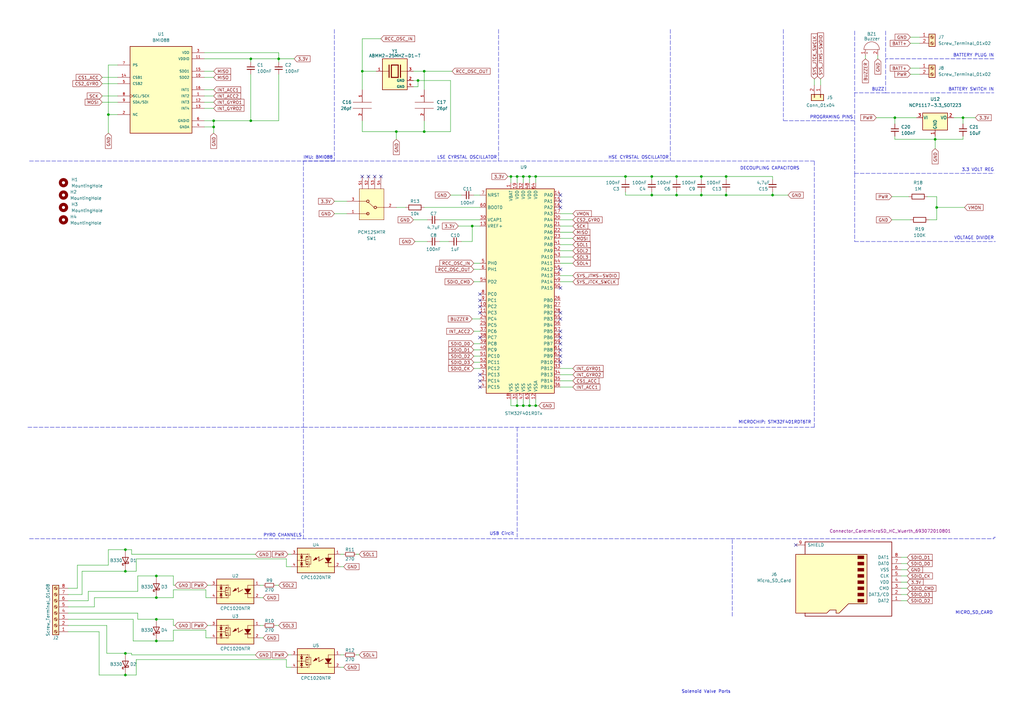
<source format=kicad_sch>
(kicad_sch (version 20211123) (generator eeschema)
  (paper "A3")
  (junction (at 162.56 53.975))
  (junction (at 287.655 72.39))
  (junction (at 394.97 48.26))
  (junction (at 173.99 53.975))
  (junction (at 51.435 234.315))
  (junction (at 87.63 52.07))
  (junction (at 297.815 80.01))
  (junction (at 173.99 29.21))
  (junction (at 209.55 72.39))
  (junction (at 171.45 33.02))
  (junction (at 114.3 24.13))
  (junction (at 102.87 24.13))
  (junction (at 64.135 262.89))
  (junction (at 44.45 46.99))
  (junction (at 217.17 166.37))
  (junction (at 64.135 245.11))
  (junction (at 316.865 80.01))
  (junction (at 212.09 72.39))
  (junction (at 267.335 80.01))
  (junction (at 212.09 166.37))
  (junction (at 384.175 85.09))
  (junction (at 51.435 276.86))
  (junction (at 214.63 72.39))
  (junction (at 51.435 225.425))
  (junction (at 219.71 166.37))
  (junction (at 102.87 49.53))
  (junction (at 219.71 72.39))
  (junction (at 267.335 72.39))
  (junction (at 277.495 72.39))
  (junction (at 64.135 236.22))
  (junction (at 277.495 80.01))
  (junction (at 287.655 80.01))
  (junction (at 383.54 57.15))
  (junction (at 193.675 92.71))
  (junction (at 297.815 72.39))
  (junction (at 64.135 254))
  (junction (at 367.03 48.26))
  (junction (at 256.54 72.39))
  (junction (at 214.63 166.37))
  (junction (at 148.59 29.21))
  (junction (at 51.435 267.97))
  (junction (at 87.63 49.53))
  (junction (at 217.17 72.39))
  (no_connect (at 229.87 118.11))
  (no_connect (at 229.87 146.05))
  (no_connect (at 196.85 123.19))
  (no_connect (at 196.85 153.67))
  (no_connect (at 153.67 72.39))
  (no_connect (at 229.87 110.49))
  (no_connect (at 229.87 128.27))
  (no_connect (at 156.21 72.39))
  (no_connect (at 229.87 130.81))
  (no_connect (at 196.85 125.73))
  (no_connect (at 229.87 82.55))
  (no_connect (at 229.87 85.09))
  (no_connect (at 196.85 138.43))
  (no_connect (at 229.87 140.97))
  (no_connect (at 229.87 143.51))
  (no_connect (at 196.85 156.21))
  (no_connect (at 196.85 158.75))
  (no_connect (at 229.87 80.01))
  (no_connect (at 196.85 120.65))
  (no_connect (at 148.59 72.39))
  (no_connect (at 229.87 138.43))
  (no_connect (at 151.13 72.39))
  (no_connect (at 229.87 148.59))
  (no_connect (at 326.39 223.52))
  (no_connect (at 196.85 128.27))
  (no_connect (at 229.87 135.89))
  (wire (pts (xy 287.655 78.74) (xy 287.655 80.01)))
  (wire (pts (xy 114.3 24.13) (xy 114.3 25.4)))
  (wire (pts (xy 71.12 256.54) (xy 71.12 254)))
  (wire (pts (xy 171.45 33.02) (xy 171.45 35.56)))
  (wire (pts (xy 44.45 225.425) (xy 51.435 225.425)))
  (wire (pts (xy 196.85 90.17) (xy 180.34 90.17)))
  (wire (pts (xy 359.41 48.26) (xy 367.03 48.26)))
  (wire (pts (xy 194.31 80.01) (xy 196.85 80.01)))
  (polyline (pts (xy 124.46 175.26) (xy 334.01 175.26)))
  (wire (pts (xy 217.17 72.39) (xy 214.63 72.39)))
  (wire (pts (xy 169.545 29.21) (xy 173.99 29.21)))
  (wire (pts (xy 148.59 36.83) (xy 148.59 29.21)))
  (wire (pts (xy 171.45 33.02) (xy 184.785 33.02)))
  (wire (pts (xy 229.87 87.63) (xy 234.95 87.63)))
  (wire (pts (xy 27.94 259.08) (xy 40.64 259.08)))
  (wire (pts (xy 56.515 236.22) (xy 64.135 236.22)))
  (polyline (pts (xy 212.09 175.26) (xy 212.09 220.98)))
  (wire (pts (xy 113.03 256.54) (xy 114.3 256.54)))
  (wire (pts (xy 71.12 254) (xy 64.135 254)))
  (wire (pts (xy 171.45 35.56) (xy 169.545 35.56)))
  (polyline (pts (xy 407.67 24.13) (xy 363.22 24.13)))
  (wire (pts (xy 43.815 256.54) (xy 43.815 267.97)))
  (wire (pts (xy 102.87 30.48) (xy 102.87 49.53)))
  (wire (pts (xy 384.175 80.645) (xy 384.175 85.09)))
  (wire (pts (xy 102.87 25.4) (xy 102.87 24.13)))
  (wire (pts (xy 146.05 227.33) (xy 147.32 227.33)))
  (wire (pts (xy 287.655 72.39) (xy 297.815 72.39)))
  (wire (pts (xy 31.75 241.3) (xy 31.75 231.775)))
  (wire (pts (xy 316.865 80.01) (xy 323.215 80.01)))
  (wire (pts (xy 148.59 15.875) (xy 156.21 15.875)))
  (wire (pts (xy 229.87 113.03) (xy 234.95 113.03)))
  (wire (pts (xy 33.655 243.84) (xy 33.655 234.315)))
  (wire (pts (xy 367.03 57.15) (xy 383.54 57.15)))
  (wire (pts (xy 336.55 32.385) (xy 336.55 34.925)))
  (wire (pts (xy 117.475 229.235) (xy 55.88 229.235)))
  (wire (pts (xy 267.335 78.74) (xy 267.335 80.01)))
  (wire (pts (xy 83.82 31.75) (xy 87.63 31.75)))
  (wire (pts (xy 54.61 262.89) (xy 64.135 262.89)))
  (wire (pts (xy 256.54 78.74) (xy 256.54 80.01)))
  (wire (pts (xy 53.975 225.425) (xy 51.435 225.425)))
  (wire (pts (xy 256.54 80.01) (xy 267.335 80.01)))
  (wire (pts (xy 373.38 15.24) (xy 377.19 15.24)))
  (wire (pts (xy 56.515 242.57) (xy 56.515 236.22)))
  (polyline (pts (xy 12.065 220.98) (xy 300.355 220.98)))
  (wire (pts (xy 41.91 31.75) (xy 48.26 31.75)))
  (wire (pts (xy 369.57 233.68) (xy 372.11 233.68)))
  (wire (pts (xy 71.12 240.03) (xy 71.12 236.22)))
  (wire (pts (xy 354.965 22.86) (xy 354.965 24.13)))
  (wire (pts (xy 48.26 46.99) (xy 44.45 46.99)))
  (wire (pts (xy 267.335 72.39) (xy 277.495 72.39)))
  (wire (pts (xy 287.655 72.39) (xy 287.655 73.66)))
  (wire (pts (xy 87.63 49.53) (xy 87.63 52.07)))
  (wire (pts (xy 297.815 72.39) (xy 297.815 73.66)))
  (wire (pts (xy 373.38 27.94) (xy 377.19 27.94)))
  (wire (pts (xy 51.435 276.86) (xy 55.88 276.86)))
  (polyline (pts (xy 299.72 220.98) (xy 407.67 220.98)))
  (wire (pts (xy 189.23 99.06) (xy 193.675 99.06)))
  (wire (pts (xy 373.38 30.48) (xy 377.19 30.48)))
  (wire (pts (xy 83.82 44.45) (xy 87.63 44.45)))
  (wire (pts (xy 229.87 107.95) (xy 234.95 107.95)))
  (wire (pts (xy 55.88 229.235) (xy 55.88 234.315)))
  (wire (pts (xy 229.87 90.17) (xy 234.95 90.17)))
  (wire (pts (xy 84.455 258.445) (xy 71.12 258.445)))
  (polyline (pts (xy 124.46 66.04) (xy 124.46 175.26)))
  (wire (pts (xy 369.57 236.22) (xy 372.11 236.22)))
  (polyline (pts (xy 350.52 38.1) (xy 350.52 71.12)))
  (wire (pts (xy 71.12 241.935) (xy 71.12 245.11)))
  (wire (pts (xy 169.545 33.02) (xy 171.45 33.02)))
  (wire (pts (xy 139.7 273.685) (xy 140.97 273.685)))
  (wire (pts (xy 365.76 90.17) (xy 373.38 90.17)))
  (wire (pts (xy 83.82 52.07) (xy 87.63 52.07)))
  (polyline (pts (xy 321.31 12.065) (xy 321.31 49.53)))
  (polyline (pts (xy 363.22 38.1) (xy 407.67 38.1)))
  (wire (pts (xy 148.59 49.53) (xy 148.59 53.975)))
  (wire (pts (xy 64.135 245.11) (xy 71.12 245.11)))
  (polyline (pts (xy 350.52 99.06) (xy 408.305 99.06)))
  (wire (pts (xy 214.63 74.93) (xy 214.63 72.39)))
  (wire (pts (xy 64.135 262.89) (xy 71.12 262.89)))
  (wire (pts (xy 51.435 225.425) (xy 51.435 226.06)))
  (wire (pts (xy 194.31 135.89) (xy 196.85 135.89)))
  (wire (pts (xy 194.31 107.95) (xy 196.85 107.95)))
  (wire (pts (xy 87.63 52.07) (xy 87.63 54.61)))
  (wire (pts (xy 217.17 166.37) (xy 219.71 166.37)))
  (wire (pts (xy 38.735 248.92) (xy 38.735 245.11)))
  (wire (pts (xy 219.71 72.39) (xy 256.54 72.39)))
  (wire (pts (xy 316.865 73.66) (xy 316.865 72.39)))
  (polyline (pts (xy 350.52 71.12) (xy 407.67 71.12)))
  (wire (pts (xy 51.435 234.315) (xy 51.435 233.68)))
  (wire (pts (xy 384.175 90.17) (xy 384.175 85.09)))
  (wire (pts (xy 83.82 29.21) (xy 87.63 29.21)))
  (wire (pts (xy 277.495 80.01) (xy 287.655 80.01)))
  (wire (pts (xy 229.87 97.79) (xy 234.95 97.79)))
  (wire (pts (xy 365.76 80.645) (xy 372.745 80.645)))
  (wire (pts (xy 209.55 166.37) (xy 212.09 166.37)))
  (wire (pts (xy 194.31 110.49) (xy 196.85 110.49)))
  (wire (pts (xy 41.91 41.91) (xy 48.26 41.91)))
  (wire (pts (xy 41.91 34.29) (xy 48.26 34.29)))
  (wire (pts (xy 64.135 236.22) (xy 64.135 236.855)))
  (wire (pts (xy 369.57 238.76) (xy 372.11 238.76)))
  (wire (pts (xy 277.495 78.74) (xy 277.495 80.01)))
  (wire (pts (xy 212.09 166.37) (xy 214.63 166.37)))
  (wire (pts (xy 170.18 99.06) (xy 175.26 99.06)))
  (wire (pts (xy 56.515 251.46) (xy 56.515 254)))
  (wire (pts (xy 297.815 78.74) (xy 297.815 80.01)))
  (wire (pts (xy 394.97 48.26) (xy 394.97 50.8)))
  (wire (pts (xy 114.3 49.53) (xy 114.3 30.48)))
  (wire (pts (xy 85.09 256.54) (xy 86.36 256.54)))
  (wire (pts (xy 369.57 241.3) (xy 372.11 241.3)))
  (wire (pts (xy 64.135 245.11) (xy 64.135 244.475)))
  (wire (pts (xy 369.57 246.38) (xy 372.11 246.38)))
  (wire (pts (xy 219.71 74.93) (xy 219.71 72.39)))
  (wire (pts (xy 84.455 241.935) (xy 71.12 241.935)))
  (polyline (pts (xy 363.22 38.1) (xy 350.52 38.1)))
  (wire (pts (xy 102.87 24.13) (xy 114.3 24.13)))
  (polyline (pts (xy 11.43 175.26) (xy 124.46 175.26)))
  (wire (pts (xy 360.045 22.86) (xy 360.045 24.13)))
  (wire (pts (xy 139.7 232.41) (xy 140.97 232.41)))
  (wire (pts (xy 367.03 48.26) (xy 367.03 50.8)))
  (wire (pts (xy 214.63 163.83) (xy 214.63 166.37)))
  (wire (pts (xy 297.815 80.01) (xy 316.865 80.01)))
  (wire (pts (xy 27.94 256.54) (xy 43.815 256.54)))
  (wire (pts (xy 193.675 99.06) (xy 193.675 92.71)))
  (wire (pts (xy 54.61 254) (xy 54.61 262.89)))
  (wire (pts (xy 44.45 26.67) (xy 44.45 46.99)))
  (wire (pts (xy 83.82 49.53) (xy 87.63 49.53)))
  (wire (pts (xy 71.12 258.445) (xy 71.12 262.89)))
  (wire (pts (xy 104.775 227.33) (xy 53.975 227.33)))
  (polyline (pts (xy 12.065 66.04) (xy 137.16 66.04)))
  (wire (pts (xy 117.475 273.685) (xy 117.475 270.51)))
  (wire (pts (xy 194.31 140.97) (xy 196.85 140.97)))
  (wire (pts (xy 117.475 232.41) (xy 117.475 229.235)))
  (wire (pts (xy 106.68 256.54) (xy 107.95 256.54)))
  (wire (pts (xy 394.97 48.26) (xy 400.05 48.26)))
  (wire (pts (xy 44.45 46.99) (xy 44.45 54.61)))
  (wire (pts (xy 118.11 227.33) (xy 119.38 227.33)))
  (wire (pts (xy 64.135 262.89) (xy 64.135 262.255)))
  (wire (pts (xy 369.57 228.6) (xy 372.11 228.6)))
  (wire (pts (xy 113.03 240.03) (xy 114.3 240.03)))
  (wire (pts (xy 27.94 251.46) (xy 56.515 251.46)))
  (polyline (pts (xy 274.955 12.065) (xy 274.955 66.04)))
  (wire (pts (xy 119.38 273.685) (xy 117.475 273.685)))
  (wire (pts (xy 104.775 268.605) (xy 53.975 268.605)))
  (wire (pts (xy 86.36 261.62) (xy 84.455 261.62)))
  (wire (pts (xy 297.815 72.39) (xy 316.865 72.39)))
  (polyline (pts (xy 334.01 66.04) (xy 124.46 66.04)))
  (wire (pts (xy 394.97 55.88) (xy 394.97 57.15)))
  (wire (pts (xy 217.17 163.83) (xy 217.17 166.37)))
  (wire (pts (xy 173.99 29.21) (xy 185.42 29.21)))
  (wire (pts (xy 277.495 72.39) (xy 287.655 72.39)))
  (polyline (pts (xy 350.52 71.12) (xy 350.52 99.06)))
  (wire (pts (xy 212.09 163.83) (xy 212.09 166.37)))
  (wire (pts (xy 212.09 74.93) (xy 212.09 72.39)))
  (wire (pts (xy 229.87 100.33) (xy 234.95 100.33)))
  (wire (pts (xy 212.09 72.39) (xy 209.55 72.39)))
  (wire (pts (xy 194.31 151.13) (xy 196.85 151.13)))
  (wire (pts (xy 71.12 236.22) (xy 64.135 236.22)))
  (wire (pts (xy 256.54 73.66) (xy 256.54 72.39)))
  (wire (pts (xy 367.03 48.26) (xy 375.92 48.26)))
  (wire (pts (xy 209.55 72.39) (xy 209.55 74.93)))
  (wire (pts (xy 27.94 246.38) (xy 36.195 246.38)))
  (wire (pts (xy 219.71 166.37) (xy 220.98 166.37)))
  (wire (pts (xy 38.735 245.11) (xy 64.135 245.11)))
  (wire (pts (xy 137.16 82.55) (xy 142.24 82.55)))
  (polyline (pts (xy 407.67 220.98) (xy 407.67 220.345)))
  (wire (pts (xy 229.87 153.67) (xy 234.95 153.67)))
  (wire (pts (xy 40.64 276.86) (xy 51.435 276.86)))
  (wire (pts (xy 102.87 49.53) (xy 114.3 49.53)))
  (wire (pts (xy 267.335 72.39) (xy 267.335 73.66)))
  (wire (pts (xy 383.54 57.15) (xy 394.97 57.15)))
  (wire (pts (xy 106.68 240.03) (xy 107.95 240.03)))
  (polyline (pts (xy 124.46 220.98) (xy 124.46 175.26)))
  (wire (pts (xy 316.865 78.74) (xy 316.865 80.01)))
  (wire (pts (xy 71.755 256.54) (xy 71.12 256.54)))
  (wire (pts (xy 53.975 268.605) (xy 53.975 267.97)))
  (wire (pts (xy 229.87 156.21) (xy 234.95 156.21)))
  (wire (pts (xy 383.54 57.15) (xy 383.54 60.96)))
  (wire (pts (xy 162.56 85.09) (xy 166.37 85.09)))
  (wire (pts (xy 83.82 21.59) (xy 114.3 21.59)))
  (polyline (pts (xy 350.52 49.53) (xy 321.31 49.53)))
  (polyline (pts (xy 350.52 66.04) (xy 350.52 65.405)))
  (wire (pts (xy 41.91 39.37) (xy 48.26 39.37)))
  (wire (pts (xy 391.16 48.26) (xy 394.97 48.26)))
  (wire (pts (xy 214.63 166.37) (xy 217.17 166.37)))
  (wire (pts (xy 380.365 80.645) (xy 384.175 80.645)))
  (wire (pts (xy 217.17 74.93) (xy 217.17 72.39)))
  (wire (pts (xy 193.675 130.81) (xy 196.85 130.81)))
  (wire (pts (xy 208.28 72.39) (xy 209.55 72.39)))
  (wire (pts (xy 229.87 115.57) (xy 234.95 115.57)))
  (wire (pts (xy 139.7 227.33) (xy 140.97 227.33)))
  (wire (pts (xy 51.435 276.86) (xy 51.435 276.225)))
  (wire (pts (xy 86.36 245.11) (xy 84.455 245.11)))
  (polyline (pts (xy 407.67 220.345) (xy 408.305 220.345)))
  (wire (pts (xy 27.94 248.92) (xy 38.735 248.92)))
  (wire (pts (xy 48.26 26.67) (xy 44.45 26.67)))
  (wire (pts (xy 184.785 80.01) (xy 189.23 80.01)))
  (wire (pts (xy 53.975 227.33) (xy 53.975 225.425)))
  (wire (pts (xy 53.975 267.97) (xy 51.435 267.97)))
  (wire (pts (xy 267.335 80.01) (xy 277.495 80.01)))
  (wire (pts (xy 148.59 29.21) (xy 148.59 15.875)))
  (wire (pts (xy 229.87 95.25) (xy 234.95 95.25)))
  (polyline (pts (xy 334.01 175.26) (xy 334.01 66.04)))
  (wire (pts (xy 162.56 53.975) (xy 173.99 53.975)))
  (wire (pts (xy 55.88 234.315) (xy 51.435 234.315)))
  (wire (pts (xy 119.38 232.41) (xy 117.475 232.41)))
  (wire (pts (xy 173.99 85.09) (xy 196.85 85.09)))
  (polyline (pts (xy 350.52 12.7) (xy 350.52 38.1)))
  (wire (pts (xy 84.455 245.11) (xy 84.455 241.935)))
  (wire (pts (xy 209.55 163.83) (xy 209.55 166.37)))
  (wire (pts (xy 64.135 254) (xy 64.135 254.635)))
  (wire (pts (xy 36.195 246.38) (xy 36.195 242.57)))
  (wire (pts (xy 83.82 41.91) (xy 87.63 41.91)))
  (wire (pts (xy 373.38 17.78) (xy 377.19 17.78)))
  (wire (pts (xy 193.675 92.71) (xy 196.85 92.71)))
  (wire (pts (xy 27.94 241.3) (xy 31.75 241.3)))
  (wire (pts (xy 173.99 53.975) (xy 173.99 49.53)))
  (wire (pts (xy 162.56 53.975) (xy 162.56 57.15)))
  (wire (pts (xy 117.475 270.51) (xy 55.88 270.51)))
  (wire (pts (xy 44.45 231.775) (xy 44.45 225.425)))
  (wire (pts (xy 27.94 243.84) (xy 33.655 243.84)))
  (wire (pts (xy 369.57 231.14) (xy 372.11 231.14)))
  (wire (pts (xy 31.75 231.775) (xy 44.45 231.775)))
  (wire (pts (xy 219.71 72.39) (xy 217.17 72.39)))
  (wire (pts (xy 27.94 254) (xy 54.61 254)))
  (wire (pts (xy 87.63 49.53) (xy 102.87 49.53)))
  (wire (pts (xy 229.87 151.13) (xy 234.95 151.13)))
  (wire (pts (xy 214.63 72.39) (xy 212.09 72.39)))
  (wire (pts (xy 102.87 24.13) (xy 83.82 24.13)))
  (wire (pts (xy 83.82 39.37) (xy 87.63 39.37)))
  (wire (pts (xy 173.99 36.83) (xy 173.99 29.21)))
  (wire (pts (xy 55.88 270.51) (xy 55.88 276.86)))
  (wire (pts (xy 194.31 146.05) (xy 196.85 146.05)))
  (wire (pts (xy 229.87 158.75) (xy 234.95 158.75)))
  (wire (pts (xy 83.82 36.83) (xy 87.63 36.83)))
  (wire (pts (xy 229.87 105.41) (xy 234.95 105.41)))
  (wire (pts (xy 139.7 268.605) (xy 140.97 268.605)))
  (wire (pts (xy 169.545 90.17) (xy 175.26 90.17)))
  (polyline (pts (xy 363.22 12.7) (xy 363.22 38.1)))
  (wire (pts (xy 229.87 102.87) (xy 234.95 102.87)))
  (wire (pts (xy 118.11 268.605) (xy 119.38 268.605)))
  (wire (pts (xy 256.54 72.39) (xy 267.335 72.39)))
  (wire (pts (xy 383.54 55.88) (xy 383.54 57.15)))
  (wire (pts (xy 287.655 80.01) (xy 297.815 80.01)))
  (wire (pts (xy 148.59 29.21) (xy 154.305 29.21)))
  (wire (pts (xy 194.31 143.51) (xy 196.85 143.51)))
  (wire (pts (xy 114.3 24.13) (xy 120.65 24.13)))
  (wire (pts (xy 114.3 21.59) (xy 114.3 24.13)))
  (wire (pts (xy 84.455 261.62) (xy 84.455 258.445)))
  (wire (pts (xy 33.655 234.315) (xy 51.435 234.315)))
  (wire (pts (xy 384.175 85.09) (xy 395.605 85.09)))
  (wire (pts (xy 137.16 87.63) (xy 142.24 87.63)))
  (wire (pts (xy 277.495 72.39) (xy 277.495 73.66)))
  (wire (pts (xy 56.515 254) (xy 64.135 254)))
  (wire (pts (xy 180.34 99.06) (xy 184.15 99.06)))
  (wire (pts (xy 184.785 33.02) (xy 184.785 53.975)))
  (wire (pts (xy 219.71 163.83) (xy 219.71 166.37)))
  (polyline (pts (xy 204.47 12.065) (xy 204.47 66.04)))
  (wire (pts (xy 148.59 53.975) (xy 162.56 53.975)))
  (wire (pts (xy 36.195 242.57) (xy 56.515 242.57)))
  (wire (pts (xy 40.64 259.08) (xy 40.64 276.86)))
  (polyline (pts (xy 137.16 12.065) (xy 137.16 66.04)))
  (polyline (pts (xy 300.355 252.73) (xy 300.355 220.98)))
  (wire (pts (xy 106.68 261.62) (xy 107.95 261.62)))
  (wire (pts (xy 229.87 92.71) (xy 234.95 92.71)))
  (wire (pts (xy 334.01 32.385) (xy 334.01 34.925)))
  (wire (pts (xy 43.815 267.97) (xy 51.435 267.97)))
  (wire (pts (xy 187.96 92.71) (xy 193.675 92.71)))
  (wire (pts (xy 146.05 268.605) (xy 147.32 268.605)))
  (wire (pts (xy 106.68 245.11) (xy 107.95 245.11)))
  (wire (pts (xy 85.09 240.03) (xy 86.36 240.03)))
  (wire (pts (xy 194.31 115.57) (xy 196.85 115.57)))
  (wire (pts (xy 51.435 267.97) (xy 51.435 268.605)))
  (wire (pts (xy 367.03 55.88) (xy 367.03 57.15)))
  (wire (pts (xy 194.31 148.59) (xy 196.85 148.59)))
  (wire (pts (xy 71.755 240.03) (xy 71.12 240.03)))
  (wire (pts (xy 381 90.17) (xy 384.175 90.17)))
  (wire (pts (xy 184.785 53.975) (xy 173.99 53.975)))
  (wire (pts (xy 369.57 243.84) (xy 372.11 243.84)))
  (text "DECOUPLING CAPACITORS " (at 303.53 69.85 0) (effects (font (size 1.27 1.27)) (justify left bottom)))
  (text "IMU: BMI088" (at 136.525 65.405 180) (effects (font (size 1.27 1.27)) (justify right bottom)))
  (text "3.3 VOLT REG" (at 407.67 70.485 180) (effects (font (size 1.27 1.27)) (justify right bottom)))
  (text "LSE CYRSTAL OSCILLATOR" (at 203.835 65.405 180) (effects (font (size 1.27 1.27)) (justify right bottom)))
  (text "PROGRAMING PINS" (at 349.885 48.895 180) (effects (font (size 1.27 1.27)) (justify right bottom)))
  (text "HSE CYRSTAL OSCILLATOR" (at 274.32 65.405 180) (effects (font (size 1.27 1.27)) (justify right bottom)))
  (text "MICRO_SD_CARD" (at 391.795 252.095 0) (effects (font (size 1.27 1.27)) (justify left bottom)))
  (text "MICROCHIP: STM32F401RDT6TR" (at 332.74 173.99 180) (effects (font (size 1.27 1.27)) (justify right bottom)))
  (text "VOLTAGE DIVIDER" (at 407.67 98.425 180) (effects (font (size 1.27 1.27)) (justify right bottom)))
  (text "BATTERY PLUG IN" (at 407.67 23.495 180) (effects (font (size 1.27 1.27)) (justify right bottom)))
  (text "BUZZ" (at 357.505 37.465 0) (effects (font (size 1.27 1.27)) (justify left bottom)))
  (text "Solenoid Valve Ports" (at 299.72 284.48 180) (effects (font (size 1.27 1.27)) (justify right bottom)))
  (text "USB Circit" (at 210.82 219.71 180) (effects (font (size 1.27 1.27)) (justify right bottom)))
  (text "PYRO CHANNELS" (at 123.825 220.345 180) (effects (font (size 1.27 1.27)) (justify right bottom)))
  (text "BATTERY SWITCH IN" (at 407.67 37.465 180) (effects (font (size 1.27 1.27)) (justify right bottom)))
  (global_label "INT_ACC1" (shape input) (at 87.63 36.83 0) (property "Intersheet References" "${INTERSHEET_REFS}" (effects hide)))
  (global_label "INT_GYRO1" (shape input) (at 87.63 41.91 0) (property "Intersheet References" "${INTERSHEET_REFS}" (effects hide)))
  (global_label "3.3V" (shape input) (at 372.11 238.76 0) (property "Intersheet References" "${INTERSHEET_REFS}" (effects hide)))
  (global_label "INT_GYRO2" (shape input) (at 87.63 44.45 0) (property "Intersheet References" "${INTERSHEET_REFS}" (effects hide)))
  (global_label "SOL3" (shape input) (at 114.3 256.54 0) (property "Intersheet References" "${INTERSHEET_REFS}" (effects hide)))
  (global_label "PWR" (shape input) (at 85.09 256.54 180) (property "Intersheet References" "${INTERSHEET_REFS}" (effects hide)))
  (global_label "SDIO_D1" (shape input) (at 372.11 228.6 0) (property "Intersheet References" "${INTERSHEET_REFS}" (effects hide)))
  (global_label "GND" (shape input) (at 87.63 54.61 270) (property "Intersheet References" "${INTERSHEET_REFS}" (effects hide)))
  (global_label "MISO" (shape input) (at 87.63 31.75 0) (property "Intersheet References" "${INTERSHEET_REFS}" (effects hide)))
  (global_label "RCC_OSC_OUT" (shape input) (at 185.42 29.21 0) (property "Intersheet References" "${INTERSHEET_REFS}" (effects hide)))
  (global_label "PWR" (shape input) (at 118.11 268.605 180) (property "Intersheet References" "${INTERSHEET_REFS}" (effects hide)))
  (global_label "MOSI" (shape input) (at 234.95 97.79 0) (property "Intersheet References" "${INTERSHEET_REFS}" (effects hide)))
  (global_label "INT_ACC2" (shape input) (at 194.31 135.89 180) (property "Intersheet References" "${INTERSHEET_REFS}" (effects hide)))
  (global_label "SOL1" (shape input) (at 147.32 227.33 0) (property "Intersheet References" "${INTERSHEET_REFS}" (effects hide)))
  (global_label "GND" (shape input) (at 140.97 232.41 0) (property "Intersheet References" "${INTERSHEET_REFS}" (effects hide)))
  (global_label "GND" (shape input) (at 365.76 90.17 180) (property "Intersheet References" "${INTERSHEET_REFS}" (effects hide)))
  (global_label "SDIO_D1" (shape input) (at 194.31 143.51 180) (property "Intersheet References" "${INTERSHEET_REFS}" (effects hide)))
  (global_label "PWR" (shape input) (at 118.11 227.33 180) (property "Intersheet References" "${INTERSHEET_REFS}" (effects hide)))
  (global_label "CS1_ACC" (shape input) (at 41.91 31.75 180) (property "Intersheet References" "${INTERSHEET_REFS}" (effects hide)))
  (global_label "GND" (shape input) (at 140.97 273.685 0) (property "Intersheet References" "${INTERSHEET_REFS}" (effects hide)))
  (global_label "GND" (shape input) (at 323.215 80.01 0) (property "Intersheet References" "${INTERSHEET_REFS}" (effects hide)))
  (global_label "SOL1" (shape input) (at 234.95 100.33 0) (property "Intersheet References" "${INTERSHEET_REFS}" (effects hide)))
  (global_label "GND" (shape input) (at 107.95 261.62 0) (property "Intersheet References" "${INTERSHEET_REFS}" (effects hide)))
  (global_label "GND" (shape input) (at 107.95 245.11 0) (property "Intersheet References" "${INTERSHEET_REFS}" (effects hide)))
  (global_label "SDIO_D2" (shape input) (at 372.11 246.38 0) (property "Intersheet References" "${INTERSHEET_REFS}" (effects hide)))
  (global_label "BUZZER" (shape input) (at 193.675 130.81 180) (property "Intersheet References" "${INTERSHEET_REFS}" (effects hide)))
  (global_label "GND" (shape input) (at 104.775 268.605 0) (property "Intersheet References" "${INTERSHEET_REFS}" (effects hide)))
  (global_label "SOL4" (shape input) (at 234.95 107.95 0) (property "Intersheet References" "${INTERSHEET_REFS}" (effects hide)))
  (global_label "GND" (shape input) (at 372.11 233.68 0) (property "Intersheet References" "${INTERSHEET_REFS}" (effects hide)))
  (global_label "PWR" (shape input) (at 365.76 80.645 180) (property "Intersheet References" "${INTERSHEET_REFS}" (effects hide)))
  (global_label "GND" (shape input) (at 71.755 256.54 0) (property "Intersheet References" "${INTERSHEET_REFS}" (effects hide)))
  (global_label "GND" (shape input) (at 373.38 15.24 180) (property "Intersheet References" "${INTERSHEET_REFS}" (effects hide)))
  (global_label "SYS_JTMS-SWDIO" (shape input) (at 336.55 32.385 90) (property "Intersheet References" "${INTERSHEET_REFS}" (effects hide)))
  (global_label "PWR" (shape input) (at 373.38 30.48 180) (property "Intersheet References" "${INTERSHEET_REFS}" (effects hide)))
  (global_label "SCK" (shape input) (at 234.95 92.71 0) (property "Intersheet References" "${INTERSHEET_REFS}" (effects hide)))
  (global_label "GND" (shape input) (at 71.755 240.03 0) (property "Intersheet References" "${INTERSHEET_REFS}" (effects hide)))
  (global_label "BUZZER" (shape input) (at 354.965 24.13 270) (property "Intersheet References" "${INTERSHEET_REFS}" (effects hide)))
  (global_label "PWR" (shape input) (at 359.41 48.26 180) (property "Intersheet References" "${INTERSHEET_REFS}" (effects hide)))
  (global_label "SDIO_CMD" (shape input) (at 372.11 241.3 0) (property "Intersheet References" "${INTERSHEET_REFS}" (effects hide)))
  (global_label "GND" (shape input) (at 104.775 227.33 0) (property "Intersheet References" "${INTERSHEET_REFS}" (effects hide)))
  (global_label "3.3V" (shape input) (at 137.16 82.55 180) (property "Intersheet References" "${INTERSHEET_REFS}" (effects hide)))
  (global_label "3.3V" (shape input) (at 120.65 24.13 0) (property "Intersheet References" "${INTERSHEET_REFS}" (effects hide)))
  (global_label "SDIO_D2" (shape input) (at 194.31 146.05 180) (property "Intersheet References" "${INTERSHEET_REFS}" (effects hide)))
  (global_label "VMON" (shape input) (at 395.605 85.09 0) (property "Intersheet References" "${INTERSHEET_REFS}" (effects hide)))
  (global_label "SOL3" (shape input) (at 234.95 105.41 0) (property "Intersheet References" "${INTERSHEET_REFS}" (effects hide)))
  (global_label "MOSI" (shape input) (at 41.91 41.91 180) (property "Intersheet References" "${INTERSHEET_REFS}" (effects hide)))
  (global_label "SYS_JTMS-SWDIO" (shape input) (at 234.95 113.03 0) (property "Intersheet References" "${INTERSHEET_REFS}" (effects hide)))
  (global_label "3.3V" (shape input) (at 187.96 92.71 180) (property "Intersheet References" "${INTERSHEET_REFS}" (effects hide)))
  (global_label "SDIO_CK" (shape input) (at 194.31 151.13 180) (property "Intersheet References" "${INTERSHEET_REFS}" (effects hide)))
  (global_label "GND" (shape input) (at 169.545 90.17 180) (property "Intersheet References" "${INTERSHEET_REFS}" (effects hide)))
  (global_label "INT_ACC2" (shape input) (at 87.63 39.37 0) (property "Intersheet References" "${INTERSHEET_REFS}" (effects hide)))
  (global_label "GND" (shape input) (at 360.045 24.13 270) (property "Intersheet References" "${INTERSHEET_REFS}" (effects hide)))
  (global_label "SOL4" (shape input) (at 147.32 268.605 0) (property "Intersheet References" "${INTERSHEET_REFS}" (effects hide)))
  (global_label "GND" (shape input) (at 170.18 99.06 180) (property "Intersheet References" "${INTERSHEET_REFS}" (effects hide)))
  (global_label "3.3V" (shape input) (at 400.05 48.26 0) (property "Intersheet References" "${INTERSHEET_REFS}" (effects hide)))
  (global_label "GND" (shape input) (at 162.56 57.15 270) (property "Intersheet References" "${INTERSHEET_REFS}" (effects hide)))
  (global_label "SDIO_D0" (shape input) (at 194.31 140.97 180) (property "Intersheet References" "${INTERSHEET_REFS}" (effects hide)))
  (global_label "BATT+" (shape input) (at 373.38 27.94 180) (property "Intersheet References" "${INTERSHEET_REFS}" (effects hide)))
  (global_label "SOL2" (shape input) (at 234.95 102.87 0) (property "Intersheet References" "${INTERSHEET_REFS}" (effects hide)))
  (global_label "SDIO_D3" (shape input) (at 372.11 243.84 0) (property "Intersheet References" "${INTERSHEET_REFS}" (effects hide)))
  (global_label "SDIO_D0" (shape input) (at 372.11 231.14 0) (property "Intersheet References" "${INTERSHEET_REFS}" (effects hide)))
  (global_label "GND" (shape input) (at 137.16 87.63 180) (property "Intersheet References" "${INTERSHEET_REFS}" (effects hide)))
  (global_label "GND" (shape input) (at 220.98 166.37 0) (property "Intersheet References" "${INTERSHEET_REFS}" (effects hide)))
  (global_label "CS1_ACC" (shape input) (at 234.95 156.21 0) (property "Intersheet References" "${INTERSHEET_REFS}" (effects hide)))
  (global_label "INT_GYRO1" (shape input) (at 234.95 151.13 0) (property "Intersheet References" "${INTERSHEET_REFS}" (effects hide)))
  (global_label "INT_GYRO2" (shape input) (at 234.95 153.67 0) (property "Intersheet References" "${INTERSHEET_REFS}" (effects hide)))
  (global_label "CS2_GYRO" (shape input) (at 41.91 34.29 180) (property "Intersheet References" "${INTERSHEET_REFS}" (effects hide)))
  (global_label "SOL2" (shape input) (at 114.3 240.03 0) (property "Intersheet References" "${INTERSHEET_REFS}" (effects hide)))
  (global_label "SYS_JTCK_SWCLK" (shape input) (at 334.01 32.385 90) (property "Intersheet References" "${INTERSHEET_REFS}" (effects hide)))
  (global_label "SDIO_CK" (shape input) (at 372.11 236.22 0) (property "Intersheet References" "${INTERSHEET_REFS}" (effects hide)))
  (global_label "SCK" (shape input) (at 41.91 39.37 180) (property "Intersheet References" "${INTERSHEET_REFS}" (effects hide)))
  (global_label "RCC_OSC_OUT" (shape input) (at 194.31 110.49 180) (property "Intersheet References" "${INTERSHEET_REFS}" (effects hide)))
  (global_label "GND" (shape input) (at 184.785 80.01 180) (property "Intersheet References" "${INTERSHEET_REFS}" (effects hide)))
  (global_label "SDIO_CMD" (shape input) (at 194.31 115.57 180) (property "Intersheet References" "${INTERSHEET_REFS}" (effects hide)))
  (global_label "GND" (shape input) (at 44.45 54.61 270) (property "Intersheet References" "${INTERSHEET_REFS}" (effects hide)))
  (global_label "MISO" (shape input) (at 234.95 95.25 0) (property "Intersheet References" "${INTERSHEET_REFS}" (effects hide)))
  (global_label "BATT+" (shape input) (at 373.38 17.78 180) (property "Intersheet References" "${INTERSHEET_REFS}" (effects hide)))
  (global_label "RCC_OSC_IN" (shape input) (at 156.21 15.875 0) (property "Intersheet References" "${INTERSHEET_REFS}" (effects hide)))
  (global_label "INT_ACC1" (shape input) (at 234.95 158.75 0) (property "Intersheet References" "${INTERSHEET_REFS}" (effects hide)))
  (global_label "GND" (shape input) (at 383.54 60.96 270) (property "Intersheet References" "${INTERSHEET_REFS}" (effects hide)))
  (global_label "RCC_OSC_IN" (shape input) (at 194.31 107.95 180) (property "Intersheet References" "${INTERSHEET_REFS}" (effects hide)))
  (global_label "MISO" (shape input) (at 87.63 29.21 0) (property "Intersheet References" "${INTERSHEET_REFS}" (effects hide)))
  (global_label "SYS_JTCK_SWCLK" (shape input) (at 234.95 115.57 0) (property "Intersheet References" "${INTERSHEET_REFS}" (effects hide)))
  (global_label "SDIO_D3" (shape input) (at 194.31 148.59 180) (property "Intersheet References" "${INTERSHEET_REFS}" (effects hide)))
  (global_label "CS2_GYRO" (shape input) (at 234.95 90.17 0) (property "Intersheet References" "${INTERSHEET_REFS}" (effects hide)))
  (global_label "VMON" (shape input) (at 234.95 87.63 0) (property "Intersheet References" "${INTERSHEET_REFS}" (effects hide)))
  (global_label "PWR" (shape input) (at 85.09 240.03 180) (property "Intersheet References" "${INTERSHEET_REFS}" (effects hide)))
  (global_label "3.3V" (shape input) (at 208.28 72.39 180) (property "Intersheet References" "${INTERSHEET_REFS}" (effects hide)))
  (symbol (lib_id "Diode:B330") (at 64.135 258.445 90) (unit 1)
    (property "Reference" "D4" (at 66.04 258.445 90) (effects (justify right)))
    (property "Value" "B330" (at 57.785 258.445 90) (effects (justify right)))
    (property "Footprint" "Diode_SMD:D_SMA" (effects hide))
    (property "Datasheet" "http://www.jameco.com/Jameco/Products/ProdDS/1538777.pdf" (effects hide))
  )
  (symbol (lib_id "Device:C_Small") (at 287.655 76.2 0) (unit 1)
    (property "Reference" "C9" (at 283.845 77.47 0))
    (property "Value" "100nF" (at 282.575 74.93 0))
    (property "Footprint" "Capacitor_SMD:C_0402_1005Metric" (effects hide))
  )
  (symbol (lib_id "Connector:Screw_Terminal_01x08") (at 22.86 251.46 180) (unit 1)
    (property "Reference" "J2" (at 22.86 261.62 0))
    (property "Value" "Screw_Terminal_01x08" (at 19.685 250.19 90))
    (property "Footprint" "TerminalBlock_Phoenix:TerminalBlock_Phoenix_MPT-0,5-8-2.54_1x08_P2.54mm_Horizontal" (effects hide))
  )
  (symbol (lib_id "PCM12SMTR:PCM12SMTR") (at 152.4 85.09 0) (mirror x) (unit 1)
    (property "Reference" "SW1" (at 152.4 97.79 0))
    (property "Value" "PCM12SMTR" (at 152.4 95.25 0))
    (property "Footprint" "PCM12SMTR:SW_PCM12SMTR" (effects hide))
    (property "STANDARD" "Manufacturer Recommendation" (effects hide))
    (property "MANUFACTURER" "C&K" (effects hide))
  )
  (symbol (lib_id "Device:R") (at 377.19 90.17 270) (unit 1)
    (property "Reference" "R19" (at 377.19 93.98 90))
    (property "Value" "100K" (at 377.19 96.52 90))
    (property "Footprint" "Resistor_SMD:R_0603_1608Metric" (effects hide))
  )
  (symbol (lib_id "ABMM2_25MHZ:ABMM2-25.000MHZ-D1-T") (at 161.925 29.21 0) (unit 1)
    (property "Reference" "Y1" (at 161.925 20.955 0))
    (property "Value" "ABMM2-25MHZ-D1-T" (at 161.925 22.86 0))
    (property "Footprint" "ABMM2_6mm_3_6mm:XTAL_ABMM2-25.000MHZ-D1-T" (effects hide))
    (property "STANDARD" "Manufacturer Recommendations" (effects hide))
    (property "PARTREV" "01.18.13" (effects hide))
    (property "MAXIMUM_PACKAGE_HEIGHT" "1.2 mm" (effects hide))
    (property "MANUFACTURER" "Abracon" (effects hide))
  )
  (symbol (lib_id "Device:R_Small") (at 110.49 256.54 90) (unit 1)
    (property "Reference" "R10" (at 110.49 254.635 90))
    (property "Value" "270" (at 110.49 258.445 90))
    (property "Footprint" "Resistor_SMD:R_0603_1608Metric" (effects hide))
  )
  (symbol (lib_id "CPC1020NTR:CPC1020NTR") (at 129.54 229.87 0) (mirror y) (unit 1)
    (property "Reference" "U4" (at 129.54 223.52 0))
    (property "Value" "CPC1020NTR" (at 129.54 236.855 0))
    (property "Footprint" "CPC1020NTR:4-SOP" (effects hide))
  )
  (symbol (lib_id "Device:C_Small") (at 186.69 99.06 270) (unit 1)
    (property "Reference" "C10" (at 186.69 96.52 90))
    (property "Value" "1uF" (at 186.69 102.235 90))
    (property "Footprint" "Capacitor_SMD:C_0603_1608Metric" (effects hide))
  )
  (symbol (lib_id "Connector_Generic:Conn_01x02") (at 336.55 40.005 270) (unit 1)
    (property "Reference" "J5" (at 340.36 40.005 90))
    (property "Value" "Conn_01x04" (at 336.55 43.18 90))
    (property "Footprint" "Connector_PinHeader_2.54mm:PinHeader_1x02_P2.54mm_Vertical" (effects hide))
  )
  (symbol (lib_id "Connector:Screw_Terminal_01x02") (at 382.27 27.94 0) (unit 1)
    (property "Reference" "J8" (at 384.81 27.9399 0) (effects (justify left)))
    (property "Value" "Screw_Terminal_01x02" (at 384.81 30.4799 0) (effects (justify left)))
    (property "Footprint" "TerminalBlock_Phoenix:TerminalBlock_Phoenix_MPT-0,5-2-2.54_1x02_P2.54mm_Horizontal" (effects hide))
  )
  (symbol (lib_id "Device:C_Small") (at 367.03 53.34 0) (unit 1)
    (property "Reference" "C20" (at 369.57 52.0762 0) (effects (justify left)))
    (property "Value" "100nF" (at 369.57 54.6162 0) (effects (justify left)))
    (property "Footprint" "Capacitor_SMD:C_0603_1608Metric" (effects hide))
  )
  (symbol (lib_id "Mechanical:MountingHole") (at 26.035 80.01 0) (unit 1)
    (property "Reference" "H2" (at 28.7473 78.7399 0) (effects (justify left)))
    (property "Value" "MountingHole" (at 28.7473 81.2799 0) (effects (justify left)))
    (property "Footprint" "MountingHole:MountingHole_3mm" (effects hide))
  )
  (symbol (lib_id "pspice:C") (at 173.99 43.18 0) (unit 1)
    (property "Reference" "C17" (at 179.07 41.9099 0) (effects (justify left)))
    (property "Value" "26pf" (at 179.07 44.4499 0) (effects (justify left)))
    (property "Footprint" "Capacitor_SMD:C_0402_1005Metric" (effects hide))
  )
  (symbol (lib_id "Device:C_Small") (at 256.54 76.2 0) (unit 1)
    (property "Reference" "C3" (at 252.73 77.47 0))
    (property "Value" "100nF" (at 251.46 74.93 0))
    (property "Footprint" "Capacitor_SMD:C_0402_1005Metric" (effects hide))
  )
  (symbol (lib_id "Regulator_Linear:NCP1117-3.3_SOT223") (at 383.54 48.26 0) (unit 1)
    (property "Reference" "U12" (at 383.54 40.64 0))
    (property "Value" "NCP1117-3.3_SOT223" (at 383.54 43.18 0))
    (property "Footprint" "Package_TO_SOT_SMD:SOT-223-3_TabPin2" (effects hide))
    (property "Datasheet" "http://www.onsemi.com/pub_link/Collateral/NCP1117-D.PDF" (effects hide))
  )
  (symbol (lib_id "Device:R_Small") (at 110.49 240.03 90) (unit 1)
    (property "Reference" "R9" (at 110.49 238.125 90))
    (property "Value" "270" (at 110.49 241.935 90))
    (property "Footprint" "Resistor_SMD:R_0603_1608Metric" (effects hide))
  )
  (symbol (lib_id "Device:C_Small") (at 177.8 99.06 270) (unit 1)
    (property "Reference" "C8" (at 177.8 96.52 90))
    (property "Value" "100nF" (at 177.8 102.235 90))
    (property "Footprint" "Capacitor_SMD:C_0402_1005Metric" (effects hide))
  )
  (symbol (lib_id "Diode:B330") (at 64.135 240.665 90) (unit 1)
    (property "Reference" "D3" (at 66.04 240.665 90) (effects (justify right)))
    (property "Value" "B330" (at 57.785 240.665 90) (effects (justify right)))
    (property "Footprint" "Diode_SMD:D_SMA" (effects hide))
    (property "Datasheet" "http://www.jameco.com/Jameco/Products/ProdDS/1538777.pdf" (effects hide))
  )
  (symbol (lib_id "Device:C_Small") (at 316.865 76.2 180) (unit 1)
    (property "Reference" "C15" (at 313.055 77.47 0))
    (property "Value" "4.7uF" (at 313.055 74.93 0))
    (property "Footprint" "Capacitor_SMD:C_0603_1608Metric" (effects hide))
  )
  (symbol (lib_id "pspice:C") (at 148.59 43.18 0) (unit 1)
    (property "Reference" "C16" (at 140.335 41.91 0) (effects (justify left)))
    (property "Value" "26pf" (at 139.7 44.45 0) (effects (justify left)))
    (property "Footprint" "Capacitor_SMD:C_0402_1005Metric" (effects hide))
  )
  (symbol (lib_id "CPC1020NTR:CPC1020NTR") (at 96.52 242.57 0) (mirror y) (unit 1)
    (property "Reference" "U2" (at 96.52 236.22 0))
    (property "Value" "CPC1020NTR" (at 96.52 249.555 0))
    (property "Footprint" "CPC1020NTR:4-SOP" (effects hide))
  )
  (symbol (lib_id "Device:R") (at 376.555 80.645 90) (unit 1)
    (property "Reference" "R18" (at 376.555 74.93 90))
    (property "Value" "1M" (at 376.555 77.47 90))
    (property "Footprint" "Resistor_SMD:R_0603_1608Metric" (effects hide))
  )
  (symbol (lib_id "Device:C_Small") (at 191.77 80.01 270) (unit 1)
    (property "Reference" "C11" (at 191.77 77.47 90))
    (property "Value" "100nF" (at 191.77 83.185 90))
    (property "Footprint" "Capacitor_SMD:C_0402_1005Metric" (effects hide))
  )
  (symbol (lib_id "Mechanical:MountingHole") (at 26.035 90.17 0) (unit 1)
    (property "Reference" "H4" (at 28.7473 88.8999 0) (effects (justify left)))
    (property "Value" "MountingHole" (at 28.7473 91.4399 0) (effects (justify left)))
    (property "Footprint" "MountingHole:MountingHole_3mm" (effects hide))
  )
  (symbol (lib_id "MCU_ST_STM32F4:STM32F401RDTx") (at 214.63 118.11 0) (unit 1)
    (property "Reference" "U9" (at 213.36 68.58 0) (effects (justify left)))
    (property "Value" "STM32F401RDTx" (at 207.01 169.545 0) (effects (justify left)))
    (property "Footprint" "Package_QFP:LQFP-64_10x10mm_P0.5mm" (effects hide))
    (property "Datasheet" "http://www.st.com/st-web-ui/static/active/en/resource/technical/document/datasheet/DM00102166.pdf" (effects hide))
  )
  (symbol (lib_id "Diode:B330") (at 51.435 229.87 90) (unit 1)
    (property "Reference" "D1" (at 53.34 229.87 90) (effects (justify right)))
    (property "Value" "B330" (at 45.085 229.87 90) (effects (justify right)))
    (property "Footprint" "Diode_SMD:D_SMA" (effects hide))
    (property "Datasheet" "http://www.jameco.com/Jameco/Products/ProdDS/1538777.pdf" (effects hide))
  )
  (symbol (lib_id "Device:R") (at 170.18 85.09 270) (unit 1)
    (property "Reference" "R13" (at 170.18 82.55 90))
    (property "Value" "10k" (at 170.18 87.63 90))
    (property "Footprint" "Resistor_SMD:R_0603_1608Metric" (effects hide))
  )
  (symbol (lib_id "Device:C_Small") (at 267.335 76.2 0) (unit 1)
    (property "Reference" "C4" (at 263.525 77.47 0))
    (property "Value" "100nF" (at 262.255 74.93 0))
    (property "Footprint" "Capacitor_SMD:C_0402_1005Metric" (effects hide))
  )
  (symbol (lib_id "CPC1020NTR:CPC1020NTR") (at 129.54 271.145 0) (mirror y) (unit 1)
    (property "Reference" "U5" (at 129.54 264.795 0))
    (property "Value" "CPC1020NTR" (at 129.54 278.13 0))
    (property "Footprint" "CPC1020NTR:4-SOP" (effects hide))
  )
  (symbol (lib_id "Device:C_Small") (at 394.97 53.34 0) (unit 1)
    (property "Reference" "C21" (at 397.51 52.0762 0) (effects (justify left)))
    (property "Value" "10uF" (at 397.51 54.6162 0) (effects (justify left)))
    (property "Footprint" "Capacitor_SMD:C_0603_1608Metric" (effects hide))
  )
  (symbol (lib_id "Device:C_Small") (at 297.815 76.2 0) (unit 1)
    (property "Reference" "C13" (at 294.005 77.47 0))
    (property "Value" "100nF" (at 292.735 74.93 0))
    (property "Footprint" "Capacitor_SMD:C_0402_1005Metric" (effects hide))
  )
  (symbol (lib_id "CPC1020NTR:CPC1020NTR") (at 96.52 259.08 0) (mirror y) (unit 1)
    (property "Reference" "U3" (at 96.52 252.73 0))
    (property "Value" "CPC1020NTR" (at 96.52 266.065 0))
    (property "Footprint" "CPC1020NTR:4-SOP" (effects hide))
  )
  (symbol (lib_id "Device:C_Small") (at 277.495 76.2 0) (unit 1)
    (property "Reference" "C6" (at 273.685 77.47 0))
    (property "Value" "100nF" (at 272.415 74.93 0))
    (property "Footprint" "Capacitor_SMD:C_0402_1005Metric" (effects hide))
  )
  (symbol (lib_id "Mechanical:MountingHole") (at 26.035 74.93 0) (unit 1)
    (property "Reference" "H1" (at 29.21 73.6599 0) (effects (justify left)))
    (property "Value" "MountingHole" (at 29.21 76.1999 0) (effects (justify left)))
    (property "Footprint" "MountingHole:MountingHole_3mm" (effects hide))
  )
  (symbol (lib_id "Mechanical:MountingHole") (at 26.035 85.09 0) (unit 1)
    (property "Reference" "H3" (at 29.21 83.8199 0) (effects (justify left)))
    (property "Value" "MountingHole" (at 29.21 86.3599 0) (effects (justify left)))
    (property "Footprint" "MountingHole:MountingHole_3mm" (effects hide))
  )
  (symbol (lib_id "Connector:Screw_Terminal_01x02") (at 382.27 15.24 0) (unit 1)
    (property "Reference" "J7" (at 384.81 15.2399 0) (effects (justify left)))
    (property "Value" "Screw_Terminal_01x02" (at 384.81 17.7799 0) (effects (justify left)))
    (property "Footprint" "TerminalBlock_Phoenix:TerminalBlock_Phoenix_MPT-0,5-2-2.54_1x02_P2.54mm_Horizontal" (effects hide))
  )
  (symbol (lib_id "Device:C_Small") (at 102.87 27.94 0) (unit 1)
    (property "Reference" "C1" (at 105.41 26.6762 0) (effects (justify left)))
    (property "Value" "100nF" (at 105.41 29.2162 0) (effects (justify left)))
    (property "Footprint" "Capacitor_SMD:C_0402_1005Metric" (effects hide))
  )
  (symbol (lib_id "Diode:B330") (at 51.435 272.415 90) (unit 1)
    (property "Reference" "D2" (at 53.34 272.415 90) (effects (justify right)))
    (property "Value" "B330" (at 45.085 272.415 90) (effects (justify right)))
    (property "Footprint" "Diode_SMD:D_SMA" (effects hide))
    (property "Datasheet" "http://www.jameco.com/Jameco/Products/ProdDS/1538777.pdf" (effects hide))
  )
  (symbol (lib_id "Device:C_Small") (at 114.3 27.94 0) (unit 1)
    (property "Reference" "C2" (at 116.84 26.6762 0) (effects (justify left)))
    (property "Value" "100nF" (at 116.84 29.2162 0) (effects (justify left)))
    (property "Footprint" "Capacitor_SMD:C_0402_1005Metric" (effects hide))
  )
  (symbol (lib_id "Device:R_Small") (at 143.51 227.33 90) (unit 1)
    (property "Reference" "R11" (at 143.51 225.425 90))
    (property "Value" "270" (at 143.51 229.235 90))
    (property "Footprint" "Resistor_SMD:R_0603_1608Metric" (effects hide))
  )
  (symbol (lib_id "BMI088:BMI088") (at 66.04 36.83 0) (unit 1)
    (property "Reference" "U1" (at 66.04 13.97 0))
    (property "Value" "BMI088" (at 66.04 16.51 0))
    (property "Footprint" "BMI088:BMI088" (effects hide))
    (property "PACKAGE" "VFLGA-16 Bosch Sensortec" (effects hide))
    (property "PURCHASE-URL" "https://pricing.snapeda.com/search/part/BMI088/?ref=eda" (effects hide))
    (property "AVAILABILITY" "In Stock" (effects hide))
    (property "MF" "Bosch Sensortec" (effects hide))
    (property "DESCRIPTION" "Accelerometer, Gyroscope, 6 Axis Sensor I²C, SPI Output" (effects hide))
    (property "MP" "BMI088" (effects hide))
    (property "PRICE" "None" (effects hide))
  )
  (symbol (lib_id "Device:C_Small") (at 177.8 90.17 270) (unit 1)
    (property "Reference" "C7" (at 177.8 87.63 90))
    (property "Value" "4.7uF" (at 177.8 93.345 90))
    (property "Footprint" "Capacitor_SMD:C_0402_1005Metric" (effects hide))
  )
  (symbol (lib_id "Device:R_Small") (at 143.51 268.605 90) (unit 1)
    (property "Reference" "R12" (at 143.51 266.7 90))
    (property "Value" "270" (at 143.51 270.51 90))
    (property "Footprint" "Resistor_SMD:R_0603_1608Metric" (effects hide))
  )
  (symbol (lib_id "Device:Buzzer") (at 357.505 20.32 90) (unit 1)
    (property "Reference" "BZ1" (at 355.6 13.97 90) (effects (justify right)))
    (property "Value" "Buzzer" (at 354.33 15.875 90) (effects (justify right)))
    (property "Footprint" "Buzzer_Beeper:Buzzer_TDK_PS1240P02BT_D12.2mm_H6.5mm" (effects hide))
  )
  (symbol (lib_id "Connector:Micro_SD_Card") (at 346.71 238.76 180) (unit 1)
    (property "Reference" "J6" (at 317.5 235.585 0))
    (property "Value" "Micro_SD_Card" (at 317.5 238.125 0))
    (property "Footprint" "Connector_Card:microSD_HC_Wuerth_693072010801" (at 365.125 217.805 0))
    (property "Datasheet" "http://katalog.we-online.de/em/datasheet/693072010801.pdf" (effects hide))
  )
)
</source>
